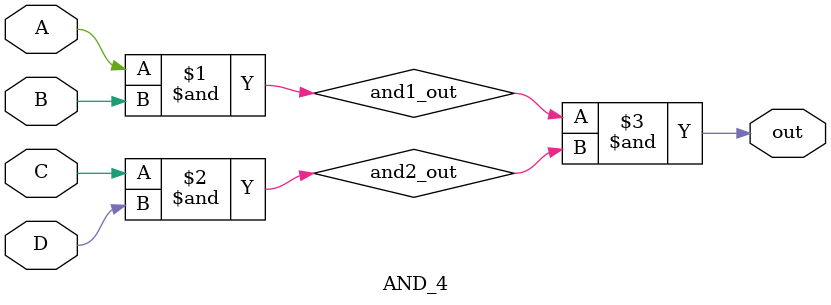
<source format=v>
/* This file is AND_4
Xuhui Gong	21-10-04
*/
module AND_4(out, A, B, C, D);
	
	input A, B, C, D;
	output out;
	wire and1_out, and2_out;
	
	and and1(and1_out, A, B);
	and and2(and2_out, C, D);	
	and and3(out, and1_out, and2_out);		

endmodule
</source>
